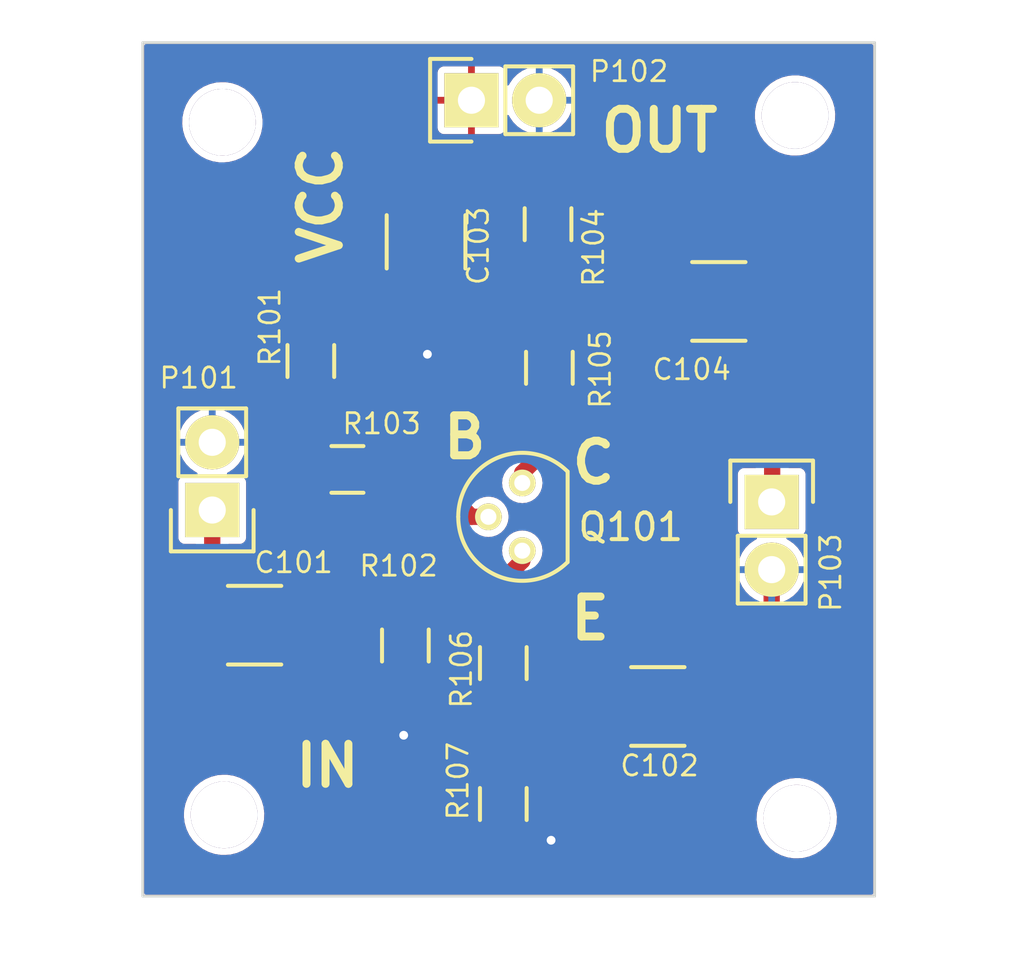
<source format=kicad_pcb>
(kicad_pcb (version 20221018) (generator pcbnew)
  (layers (0 "F.Cu" signal) (31 "B.Cu" signal) (34 "B.Paste" user) (35 "F.Paste" user) (36 "B.SilkS" user "B.Silkscreen") (37 "F.SilkS" user "F.Silkscreen") (38 "B.Mask" user) (39 "F.Mask" user) (44 "Edge.Cuts" user))
  (net 0 "")
  (net 1 "Net-(C101-Pad1)")
  (net 2 "/IN")
  (net 3 "GND")
  (net 4 "Net-(C102-Pad2)")
  (net 5 "/VCC")
  (net 6 "/OUT")
  (net 7 "Net-(C104-Pad2)")
  (net 8 "/EMITTER")
  (net 9 "/COLLECTOR")
  (net 10 "/BASE")
  (footprint "Capacitors_SMD:C_1210_HandSoldering" (layer "F.Cu") (at 160.147 113.792 180)
    (fp_text reference "C101" (at -1.4605 2.3495) (layer "F.SilkS") (effects (font (size 0.762 0.762) (thickness 0.1016))))
    (fp_text value "C")
    (fp_line (start -1 1.475) (end 1 1.475) (stroke (width 0.15)) (layer "F.SilkS"))
    (fp_line (start 1 -1.475) (end -1 -1.475) (stroke (width 0.15)) (layer "F.SilkS"))
    (pad "1" smd rect (at -2 0 180) (size 2 2.5) (layers "F.Cu" "F.Paste" "F.Mask") (net 1 "Net-(C101-Pad1)"))
    (pad "2" smd rect (at 2 0 180) (size 2 2.5) (layers "F.Cu" "F.Paste" "F.Mask") (net 2 "/IN"))
  )
  (footprint "Capacitors_SMD:C_1210_HandSoldering" (layer "F.Cu") (at 175.26 116.84 180)
    (fp_text reference "C102" (at -0.0635 -2.2225 180) (layer "F.SilkS") (effects (font (size 0.762 0.762) (thickness 0.1016))))
    (fp_text value "C")
    (fp_line (start -1 1.475) (end 1 1.475) (stroke (width 0.15)) (layer "F.SilkS"))
    (fp_line (start 1 -1.475) (end -1 -1.475) (stroke (width 0.15)) (layer "F.SilkS"))
    (pad "1" smd rect (at -2 0 180) (size 2 2.5) (layers "F.Cu" "F.Paste" "F.Mask") (net 3 "GND"))
    (pad "2" smd rect (at 2 0 180) (size 2 2.5) (layers "F.Cu" "F.Paste" "F.Mask") (net 4 "Net-(C102-Pad2)"))
  )
  (footprint "Capacitors_SMD:C_1210_HandSoldering" (layer "F.Cu") (at 166.5732 99.4156 90)
    (fp_text reference "C103" (at -0.1524 1.9558 90) (layer "F.SilkS") (effects (font (size 0.762 0.762) (thickness 0.1016))))
    (fp_text value "C")
    (fp_line (start -1 1.475) (end 1 1.475) (stroke (width 0.15)) (layer "F.SilkS"))
    (fp_line (start 1 -1.475) (end -1 -1.475) (stroke (width 0.15)) (layer "F.SilkS"))
    (pad "1" smd rect (at -2 0 90) (size 2 2.5) (layers "F.Cu" "F.Paste" "F.Mask") (net 3 "GND"))
    (pad "2" smd rect (at 2 0 90) (size 2 2.5) (layers "F.Cu" "F.Paste" "F.Mask") (net 5 "/VCC"))
  )
  (footprint "Capacitors_SMD:C_1210_HandSoldering" (layer "F.Cu") (at 177.546 101.6508 180)
    (fp_text reference "C104" (at 1.016 -2.5527 180) (layer "F.SilkS") (effects (font (size 0.762 0.762) (thickness 0.1016))))
    (fp_text value "C")
    (fp_line (start -1 1.475) (end 1 1.475) (stroke (width 0.15)) (layer "F.SilkS"))
    (fp_line (start 1 -1.475) (end -1 -1.475) (stroke (width 0.15)) (layer "F.SilkS"))
    (pad "1" smd rect (at -2 0 180) (size 2 2.5) (layers "F.Cu" "F.Paste" "F.Mask") (net 6 "/OUT"))
    (pad "2" smd rect (at 2 0 180) (size 2 2.5) (layers "F.Cu" "F.Paste" "F.Mask") (net 7 "Net-(C104-Pad2)"))
  )
  (footprint "Pin_Headers:Pin_Header_Straight_1x02" (layer "F.Cu") (at 158.5595 109.474 180)
    (fp_text reference "P101" (at 0.508 4.953) (layer "F.SilkS") (effects (font (size 0.762 0.762) (thickness 0.1016))))
    (fp_text value "CONN_01X02")
    (fp_line (start -1.55 -1.55) (end 1.55 -1.55) (stroke (width 0.15)) (layer "F.SilkS"))
    (fp_line (start -1.55 0) (end -1.55 -1.55) (stroke (width 0.15)) (layer "F.SilkS"))
    (fp_line (start -1.27 1.27) (end -1.27 3.81) (stroke (width 0.15)) (layer "F.SilkS"))
    (fp_line (start -1.27 3.81) (end 1.27 3.81) (stroke (width 0.15)) (layer "F.SilkS"))
    (fp_line (start 1.27 1.27) (end -1.27 1.27) (stroke (width 0.15)) (layer "F.SilkS"))
    (fp_line (start 1.27 1.27) (end 1.27 3.81) (stroke (width 0.15)) (layer "F.SilkS"))
    (fp_line (start 1.55 -1.55) (end 1.55 0) (stroke (width 0.15)) (layer "F.SilkS"))
    (pad "1" thru_hole rect (at 0 0 180) (size 2.032 2.032) (drill 1.016) (layers "*.Cu" "*.Mask" "F.SilkS") (net 2 "/IN"))
    (pad "2" thru_hole oval (at 0 2.54 180) (size 2.032 2.032) (drill 1.016) (layers "*.Cu" "*.Mask" "F.SilkS") (net 3 "GND"))
  )
  (footprint "Pin_Headers:Pin_Header_Straight_1x02" (layer "F.Cu") (at 168.275 94.107 90)
    (fp_text reference "P102" (at 1.0795 5.9055 180) (layer "F.SilkS") (effects (font (size 0.762 0.762) (thickness 0.1016))))
    (fp_text value "CONN_01X02")
    (fp_line (start -1.55 -1.55) (end 1.55 -1.55) (stroke (width 0.15)) (layer "F.SilkS"))
    (fp_line (start -1.55 0) (end -1.55 -1.55) (stroke (width 0.15)) (layer "F.SilkS"))
    (fp_line (start -1.27 1.27) (end -1.27 3.81) (stroke (width 0.15)) (layer "F.SilkS"))
    (fp_line (start -1.27 3.81) (end 1.27 3.81) (stroke (width 0.15)) (layer "F.SilkS"))
    (fp_line (start 1.27 1.27) (end -1.27 1.27) (stroke (width 0.15)) (layer "F.SilkS"))
    (fp_line (start 1.27 1.27) (end 1.27 3.81) (stroke (width 0.15)) (layer "F.SilkS"))
    (fp_line (start 1.55 -1.55) (end 1.55 0) (stroke (width 0.15)) (layer "F.SilkS"))
    (pad "1" thru_hole rect (at 0 0 90) (size 2.032 2.032) (drill 1.016) (layers "*.Cu" "*.Mask" "F.SilkS") (net 5 "/VCC"))
    (pad "2" thru_hole oval (at 0 2.54 90) (size 2.032 2.032) (drill 1.016) (layers "*.Cu" "*.Mask" "F.SilkS") (net 3 "GND"))
  )
  (footprint "Pin_Headers:Pin_Header_Straight_1x02" (layer "F.Cu") (at 179.5272 109.1692)
    (fp_text reference "P103" (at 2.2098 2.6543 90) (layer "F.SilkS") (effects (font (size 0.762 0.762) (thickness 0.1016))))
    (fp_text value "CONN_01X02")
    (fp_line (start -1.55 -1.55) (end 1.55 -1.55) (stroke (width 0.15)) (layer "F.SilkS"))
    (fp_line (start -1.55 0) (end -1.55 -1.55) (stroke (width 0.15)) (layer "F.SilkS"))
    (fp_line (start -1.27 1.27) (end -1.27 3.81) (stroke (width 0.15)) (layer "F.SilkS"))
    (fp_line (start -1.27 3.81) (end 1.27 3.81) (stroke (width 0.15)) (layer "F.SilkS"))
    (fp_line (start 1.27 1.27) (end -1.27 1.27) (stroke (width 0.15)) (layer "F.SilkS"))
    (fp_line (start 1.27 1.27) (end 1.27 3.81) (stroke (width 0.15)) (layer "F.SilkS"))
    (fp_line (start 1.55 -1.55) (end 1.55 0) (stroke (width 0.15)) (layer "F.SilkS"))
    (pad "1" thru_hole rect (at 0 0) (size 2.032 2.032) (drill 1.016) (layers "*.Cu" "*.Mask" "F.SilkS") (net 6 "/OUT"))
    (pad "2" thru_hole oval (at 0 2.54) (size 2.032 2.032) (drill 1.016) (layers "*.Cu" "*.Mask" "F.SilkS") (net 3 "GND"))
  )
  (footprint "Resistors_SMD:R_0805_HandSoldering" (layer "F.Cu") (at 162.2552 103.886 -90)
    (fp_text reference "R101" (at -1.27 1.5367 90) (layer "F.SilkS") (effects (font (size 0.762 0.762) (thickness 0.1016))))
    (fp_text value "R")
    (fp_line (start -0.6 -0.875) (end 0.6 -0.875) (stroke (width 0.15)) (layer "F.SilkS"))
    (fp_line (start 0.6 0.875) (end -0.6 0.875) (stroke (width 0.15)) (layer "F.SilkS"))
    (pad "1" smd rect (at -1.35 0 270) (size 1.5 1.3) (layers "F.Cu" "F.Paste" "F.Mask") (net 5 "/VCC"))
    (pad "2" smd rect (at 1.35 0 270) (size 1.5 1.3) (layers "F.Cu" "F.Paste" "F.Mask") (net 1 "Net-(C101-Pad1)"))
  )
  (footprint "Resistors_SMD:R_0805_HandSoldering" (layer "F.Cu") (at 165.7985 114.554 -90)
    (fp_text reference "R102" (at -2.9845 0.254) (layer "F.SilkS") (effects (font (size 0.762 0.762) (thickness 0.1016))))
    (fp_text value "R")
    (fp_line (start -0.6 -0.875) (end 0.6 -0.875) (stroke (width 0.15)) (layer "F.SilkS"))
    (fp_line (start 0.6 0.875) (end -0.6 0.875) (stroke (width 0.15)) (layer "F.SilkS"))
    (pad "1" smd rect (at -1.35 0 270) (size 1.5 1.3) (layers "F.Cu" "F.Paste" "F.Mask") (net 1 "Net-(C101-Pad1)"))
    (pad "2" smd rect (at 1.35 0 270) (size 1.5 1.3) (layers "F.Cu" "F.Paste" "F.Mask") (net 3 "GND"))
  )
  (footprint "Resistors_SMD:R_0805_HandSoldering" (layer "F.Cu") (at 163.6268 107.95 180)
    (fp_text reference "R103" (at -1.2827 1.7145) (layer "F.SilkS") (effects (font (size 0.762 0.762) (thickness 0.1016))))
    (fp_text value "0")
    (fp_line (start -0.6 -0.875) (end 0.6 -0.875) (stroke (width 0.15)) (layer "F.SilkS"))
    (fp_line (start 0.6 0.875) (end -0.6 0.875) (stroke (width 0.15)) (layer "F.SilkS"))
    (pad "1" smd rect (at -1.35 0 180) (size 1.5 1.3) (layers "F.Cu" "F.Paste" "F.Mask") (net 10 "/BASE"))
    (pad "2" smd rect (at 1.35 0 180) (size 1.5 1.3) (layers "F.Cu" "F.Paste" "F.Mask") (net 1 "Net-(C101-Pad1)"))
  )
  (footprint "Resistors_SMD:R_0805_HandSoldering" (layer "F.Cu") (at 171.1452 98.7552 -90)
    (fp_text reference "R104" (at 0.8763 -1.7018 270) (layer "F.SilkS") (effects (font (size 0.762 0.762) (thickness 0.1016))))
    (fp_text value "R")
    (fp_line (start -0.6 -0.875) (end 0.6 -0.875) (stroke (width 0.15)) (layer "F.SilkS"))
    (fp_line (start 0.6 0.875) (end -0.6 0.875) (stroke (width 0.15)) (layer "F.SilkS"))
    (pad "1" smd rect (at -1.35 0 270) (size 1.5 1.3) (layers "F.Cu" "F.Paste" "F.Mask") (net 5 "/VCC"))
    (pad "2" smd rect (at 1.35 0 270) (size 1.5 1.3) (layers "F.Cu" "F.Paste" "F.Mask") (net 7 "Net-(C104-Pad2)"))
  )
  (footprint "Resistors_SMD:R_0805_HandSoldering" (layer "F.Cu") (at 171.196 104.14 90)
    (fp_text reference "R105" (at -0.0635 1.905 90) (layer "F.SilkS") (effects (font (size 0.762 0.762) (thickness 0.1016))))
    (fp_text value "0")
    (fp_line (start -0.6 -0.875) (end 0.6 -0.875) (stroke (width 0.15)) (layer "F.SilkS"))
    (fp_line (start 0.6 0.875) (end -0.6 0.875) (stroke (width 0.15)) (layer "F.SilkS"))
    (pad "1" smd rect (at -1.35 0 90) (size 1.5 1.3) (layers "F.Cu" "F.Paste" "F.Mask") (net 9 "/COLLECTOR"))
    (pad "2" smd rect (at 1.35 0 90) (size 1.5 1.3) (layers "F.Cu" "F.Paste" "F.Mask") (net 7 "Net-(C104-Pad2)"))
  )
  (footprint "Resistors_SMD:R_0805_HandSoldering" (layer "F.Cu") (at 169.4688 115.2144 90)
    (fp_text reference "R106" (at -0.2286 -1.5748 90) (layer "F.SilkS") (effects (font (size 0.762 0.762) (thickness 0.1016))))
    (fp_text value "0")
    (fp_line (start -0.6 -0.875) (end 0.6 -0.875) (stroke (width 0.15)) (layer "F.SilkS"))
    (fp_line (start 0.6 0.875) (end -0.6 0.875) (stroke (width 0.15)) (layer "F.SilkS"))
    (pad "1" smd rect (at -1.35 0 90) (size 1.5 1.3) (layers "F.Cu" "F.Paste" "F.Mask") (net 4 "Net-(C102-Pad2)"))
    (pad "2" smd rect (at 1.35 0 90) (size 1.5 1.3) (layers "F.Cu" "F.Paste" "F.Mask") (net 8 "/EMITTER"))
  )
  (footprint "Resistors_SMD:R_0805_HandSoldering" (layer "F.Cu") (at 169.4688 120.4976 -90)
    (fp_text reference "R107" (at -0.8636 1.7018 270) (layer "F.SilkS") (effects (font (size 0.762 0.762) (thickness 0.1016))))
    (fp_text value "R")
    (fp_line (start -0.6 -0.875) (end 0.6 -0.875) (stroke (width 0.15)) (layer "F.SilkS"))
    (fp_line (start 0.6 0.875) (end -0.6 0.875) (stroke (width 0.15)) (layer "F.SilkS"))
    (pad "1" smd rect (at -1.35 0 270) (size 1.5 1.3) (layers "F.Cu" "F.Paste" "F.Mask") (net 4 "Net-(C102-Pad2)"))
    (pad "2" smd rect (at 1.35 0 270) (size 1.5 1.3) (layers "F.Cu" "F.Paste" "F.Mask") (net 3 "GND"))
  )
  (footprint "Measurement_Points:Measurement_Point_Round-SMD-Pad_Big" (layer "F.Cu") (at 163.83 121.6025)
    (fp_text reference "TP101" hide)
    (fp_text value "CONN_01X01")
    (pad "1" smd circle (at 0 0) (size 2.99974 2.99974) (layers "F.Cu" "F.Paste" "F.Mask") (net 2 "/IN"))
  )
  (footprint "Measurement_Points:Measurement_Point_Round-SMD-Pad_Big" (layer "F.Cu") (at 163.576 94.4245)
    (fp_text reference "TP102" hide)
    (fp_text value "CONN_01X01")
    (pad "1" smd circle (at 0 0) (size 2.99974 2.99974) (layers "F.Cu" "F.Paste" "F.Mask") (net 5 "/VCC"))
  )
  (footprint "Measurement_Points:Measurement_Point_Round-SMD-Pad_Big" (layer "F.Cu") (at 176.022 97.79)
    (fp_text reference "TP103" hide)
    (fp_text value "CONN_01X01")
    (pad "1" smd circle (at 0 0) (size 2.99974 2.99974) (layers "F.Cu" "F.Paste" "F.Mask") (net 6 "/OUT"))
  )
  (footprint "Housings_TO-92:TO-92_Molded_Narrow" (layer "F.Cu") (at 170.18 110.998 90)
    (fp_text reference "Q101" (at 0.889 4.064 180) (layer "F.SilkS"))
    (fp_text value "Q_NPN_EBC")
    (fp_line (start -0.43 1.7) (end 2.97 1.7) (stroke (width 0.15)) (layer "F.SilkS"))
    (fp_arc (start -0.427056 1.697056) (mid -0.947311 -0.91844) (end 1.27 -2.4) (stroke (width 0.15)) (layer "F.SilkS"))
    (fp_arc (start 1.27 -2.4) (mid 3.487311 -0.91844) (end 2.967056 1.697056) (stroke (width 0.15)) (layer "F.SilkS"))
    (pad "1" thru_hole circle (at 0 0 180) (size 1.00076 1.00076) (drill 0.6) (layers "*.Cu" "*.Mask" "F.SilkS") (net 8 "/EMITTER"))
    (pad "2" thru_hole circle (at 1.27 -1.27 180) (size 1.00076 1.00076) (drill 0.6) (layers "*.Cu" "*.Mask" "F.SilkS") (net 10 "/BASE"))
    (pad "3" thru_hole circle (at 2.54 0 180) (size 1.00076 1.00076) (drill 0.6) (layers "*.Cu" "*.Mask" "F.SilkS") (net 9 "/COLLECTOR"))
  )
  (footprint "Mounting_Holes:MountingHole_2-5mm" (layer "F.Cu") (at 180.4035 94.6785)
    (fp_text reference "REF**" hide)
    (fp_text value "MountingHole_2-5mm")
    (pad "" thru_hole circle (at 0 0) (size 2.5 2.5) (drill 2.5) (layers))
  )
  (footprint "Mounting_Holes:MountingHole_2-5mm" (layer "F.Cu") (at 158.9405 94.9325)
    (fp_text reference "REF**" hide)
    (fp_text value "MountingHole_2-5mm")
    (pad "" thru_hole circle (at 0 0) (size 2.5 2.5) (drill 2.5) (layers))
  )
  (footprint "Mounting_Holes:MountingHole_2-5mm" (layer "F.Cu") (at 159.004 120.904)
    (fp_text reference "REF**" hide)
    (fp_text value "MountingHole_2-5mm")
    (pad "" thru_hole circle (at 0 0) (size 2.5 2.5) (drill 2.5) (layers))
  )
  (footprint "Mounting_Holes:MountingHole_2-5mm" (layer "F.Cu") (at 180.467 121.031)
    (fp_text reference "REF**" hide)
    (fp_text value "MountingHole_2-5mm")
    (pad "" thru_hole circle (at 0 0) (size 2.5 2.5) (drill 2.5) (layers))
  )
  (gr_line (start 155.956 91.948) (end 155.956 123.952) (stroke (width 0.1)) (layer "Edge.Cuts"))
  (gr_line (start 155.956 91.948) (end 183.388 91.948) (stroke (width 0.1)) (layer "Edge.Cuts"))
  (gr_line (start 183.388 123.952) (end 183.388 91.948) (stroke (width 0.1)) (layer "Edge.Cuts"))
  (gr_line (start 183.388 123.952) (end 155.956 123.952) (stroke (width 0.1)) (layer "Edge.Cuts"))
  (gr_line (start 183.388 91.948) (end 183.388 123.952) (stroke (width 0.1)) (layer "Edge.Cuts"))
  (gr_text "B" (at 168.021 106.7435) (layer "F.SilkS") (effects (font (size 1.5 1.5) (thickness 0.3))))
  (gr_text "E" (at 172.72 113.538) (layer "F.SilkS") (effects (font (size 1.5 1.5) (thickness 0.3))))
  (gr_text "OUT\n" (at 175.3235 95.25) (layer "F.SilkS") (effects (font (size 1.5 1.5) (thickness 0.3))))
  (gr_text "C" (at 172.847 107.696) (layer "F.SilkS") (effects (font (size 1.5 1.5) (thickness 0.3))))
  (gr_text "IN" (at 162.8775 119.0625) (layer "F.SilkS") (effects (font (size 1.5 1.5) (thickness 0.3))))
  (gr_text "VCC" (at 162.6235 98.044 90) (layer "F.SilkS") (effects (font (size 1.5 1.5) (thickness 0.3))))
  (segment (start 162.3568 108.03) (end 162.2768 107.95) (width 0.254) (layer "F.Cu") (net 1))
  (segment (start 162.2552 107.9284) (end 162.2768 107.95) (width 0.254) (layer "F.Cu") (net 1))
  (segment (start 162.147 108.0798) (end 162.2768 107.95) (width 0.6096) (layer "F.Cu") (net 1))
  (segment (start 162.735 113.204) (end 162.147 113.792) (width 0.6096) (layer "F.Cu") (net 1))
  (segment (start 165.7985 113.204) (end 162.735 113.204) (width 0.6096) (layer "F.Cu") (net 1))
  (segment (start 162.2552 105.236) (end 162.2552 107.9284) (width 0.6096) (layer "F.Cu") (net 1))
  (segment (start 162.147 113.792) (end 162.147 108.0798) (width 0.6096) (layer "F.Cu") (net 1))
  (segment (start 158.5595 113.3795) (end 158.147 113.792) (width 0.6096) (layer "F.Cu") (net 2))
  (segment (start 163.83 119.507) (end 161.0995 116.7765) (width 0.6096) (layer "F.Cu") (net 2))
  (segment (start 161.0995 116.7765) (end 159.258 116.7765) (width 0.6096) (layer "F.Cu") (net 2))
  (segment (start 159.258 116.7765) (end 158.147 115.6655) (width 0.6096) (layer "F.Cu") (net 2))
  (segment (start 158.147 115.6655) (end 158.147 113.792) (width 0.6096) (layer "F.Cu") (net 2))
  (segment (start 163.83 121.6025) (end 163.83 119.507) (width 0.6096) (layer "F.Cu") (net 2))
  (segment (start 158.5595 109.474) (end 158.5595 113.3795) (width 0.6096) (layer "F.Cu") (net 2))
  (segment (start 166.5732 103.5812) (end 166.624 103.632) (width 0.254) (layer "F.Cu") (net 3))
  (segment (start 178.308 116.84) (end 179.5272 115.6208) (width 0.6096) (layer "F.Cu") (net 3))
  (segment (start 179.5272 115.6208) (end 179.5272 111.7092) (width 0.6096) (layer "F.Cu") (net 3))
  (segment (start 171.2506 121.8476) (end 171.2595 121.8565) (width 0.6096) (layer "F.Cu") (net 3))
  (segment (start 165.7985 117.856) (end 165.735 117.9195) (width 0.6096) (layer "F.Cu") (net 3))
  (segment (start 169.4688 121.8476) (end 171.2506 121.8476) (width 0.6096) (layer "F.Cu") (net 3))
  (segment (start 177.26 116.84) (end 178.308 116.84) (width 0.254) (layer "F.Cu") (net 3))
  (segment (start 165.7985 115.904) (end 165.7985 117.856) (width 0.6096) (layer "F.Cu") (net 3))
  (segment (start 166.5732 101.4156) (end 166.5732 103.5812) (width 0.6096) (layer "F.Cu") (net 3))
  (via (at 166.624 103.632) (size 0.6858) (drill 0.3302) (layers "F.Cu" "B.Cu") (net 3))
  (via (at 165.735 117.9195) (size 0.6858) (drill 0.3302) (layers "F.Cu" "B.Cu") (net 3))
  (via (at 171.2595 121.8565) (size 0.6858) (drill 0.3302) (layers "F.Cu" "B.Cu") (net 3))
  (segment (start 171.196 116.84) (end 170.9204 116.5644) (width 0.6096) (layer "F.Cu") (net 4))
  (segment (start 170.9204 116.5644) (end 169.4688 116.5644) (width 0.6096) (layer "F.Cu") (net 4))
  (segment (start 173.26 116.84) (end 171.196 116.84) (width 0.6096) (layer "F.Cu") (net 4))
  (segment (start 169.4688 116.5644) (end 169.4688 119.1476) (width 0.254) (layer "F.Cu") (net 4))
  (segment (start 179.546 109.1504) (end 179.5272 109.1692) (width 0.254) (layer "F.Cu") (net 6))
  (segment (start 178.2445 97.79) (end 179.546 99.0915) (width 0.6096) (layer "F.Cu") (net 6))
  (segment (start 179.546 99.0915) (end 179.546 101.6508) (width 0.6096) (layer "F.Cu") (net 6))
  (segment (start 179.546 101.6508) (end 179.546 109.1504) (width 0.6096) (layer "F.Cu") (net 6))
  (segment (start 176.022 97.79) (end 178.2445 97.79) (width 0.6096) (layer "F.Cu") (net 6))
  (segment (start 171.1452 102.7392) (end 171.196 102.79) (width 0.254) (layer "F.Cu") (net 7))
  (segment (start 171.1452 101.6508) (end 171.196 101.6) (width 0.6096) (layer "F.Cu") (net 7))
  (segment (start 171.196 101.6) (end 171.1452 101.6) (width 0.254) (layer "F.Cu") (net 7))
  (segment (start 171.1452 101.6) (end 171.1452 102.7392) (width 0.6096) (layer "F.Cu") (net 7))
  (segment (start 175.546 101.6508) (end 171.1452 101.6508) (width 0.6096) (layer "F.Cu") (net 7))
  (segment (start 171.1452 100.1052) (end 171.1452 101.6) (width 0.6096) (layer "F.Cu") (net 7))
  (segment (start 169.3672 113.7628) (end 169.4688 113.8644) (width 0.254) (layer "F.Cu") (net 8))
  (segment (start 170.18 111.379) (end 169.4688 112.0902) (width 0.6096) (layer "F.Cu") (net 8))
  (segment (start 169.4688 112.0902) (end 169.4688 113.8644) (width 0.6096) (layer "F.Cu") (net 8))
  (segment (start 170.18 110.998) (end 170.18 111.379) (width 0.6096) (layer "F.Cu") (net 8))
  (segment (start 170.18 108.077) (end 171.196 107.061) (width 0.6096) (layer "F.Cu") (net 9))
  (segment (start 171.196 107.061) (end 171.196 105.49) (width 0.6096) (layer "F.Cu") (net 9))
  (segment (start 170.18 108.458) (end 170.18 108.077) (width 0.6096) (layer "F.Cu") (net 9))
  (segment (start 168.275 109.728) (end 166.497 107.95) (width 0.6096) (layer "F.Cu") (net 10))
  (segment (start 166.497 107.95) (end 164.9768 107.95) (width 0.6096) (layer "F.Cu") (net 10))
  (segment (start 168.91 109.728) (end 168.275 109.728) (width 0.6096) (layer "F.Cu") (net 10))
  (zone (net 5) (net_name "/VCC") (layer "F.Cu") (connect_pads (clearance 0.254)) (min_thickness 0.1524) (fill yes (thermal_gap 0.254) (thermal_bridge_width 0.254))
    (polygon (pts (xy 183.388 123.952) (xy 155.956 123.952) (xy 155.956 91.948) (xy 183.388 91.948)))
  )
  (zone (net 3) (net_name "GND") (layer "B.Cu") (connect_pads (clearance 0.254)) (min_thickness 0.1524) (fill yes (thermal_gap 0.254) (thermal_bridge_width 0.254))
    (polygon (pts (xy 183.388 123.952) (xy 155.956 123.952) (xy 155.956 91.948) (xy 183.388 91.948)))
  )
)
</source>
